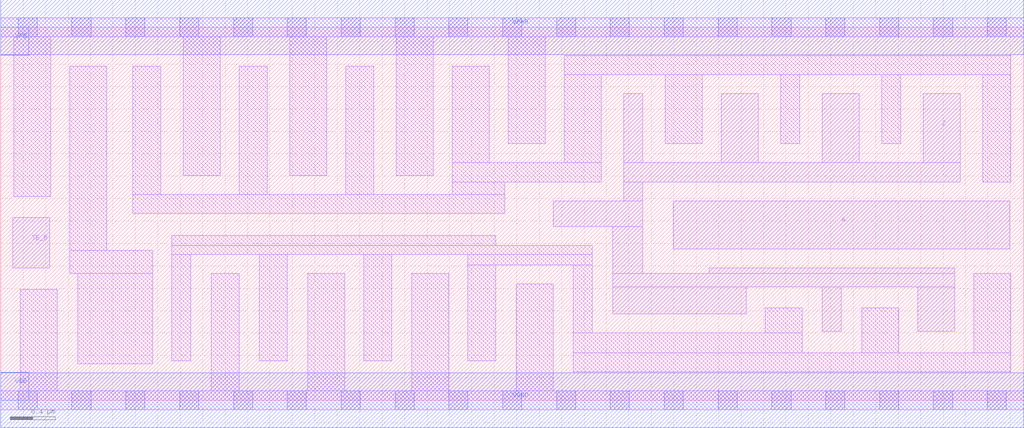
<source format=lef>
# Copyright 2020 The SkyWater PDK Authors
#
# Licensed under the Apache License, Version 2.0 (the "License");
# you may not use this file except in compliance with the License.
# You may obtain a copy of the License at
#
#     https://www.apache.org/licenses/LICENSE-2.0
#
# Unless required by applicable law or agreed to in writing, software
# distributed under the License is distributed on an "AS IS" BASIS,
# WITHOUT WARRANTIES OR CONDITIONS OF ANY KIND, either express or implied.
# See the License for the specific language governing permissions and
# limitations under the License.
#
# SPDX-License-Identifier: Apache-2.0

VERSION 5.5 ;
NAMESCASESENSITIVE ON ;
BUSBITCHARS "[]" ;
DIVIDERCHAR "/" ;
MACRO sky130_fd_sc_hs__einvn_8
  CLASS CORE ;
  SOURCE USER ;
  ORIGIN  0.000000  0.000000 ;
  SIZE  9.120000 BY  3.330000 ;
  SYMMETRY X Y ;
  SITE unit ;
  PIN A
    ANTENNAGATEAREA  2.232000 ;
    DIRECTION INPUT ;
    USE SIGNAL ;
    PORT
      LAYER li1 ;
        RECT 5.995000 1.350000 8.995000 1.780000 ;
    END
  END A
  PIN TE_B
    ANTENNAGATEAREA  1.623000 ;
    DIRECTION INPUT ;
    USE SIGNAL ;
    PORT
      LAYER li1 ;
        RECT 0.105000 1.180000 0.435000 1.630000 ;
    END
  END TE_B
  PIN Z
    ANTENNADIFFAREA  2.332400 ;
    DIRECTION OUTPUT ;
    USE SIGNAL ;
    PORT
      LAYER li1 ;
        RECT 4.925000 1.550000 5.725000 1.780000 ;
        RECT 5.455000 0.770000 6.645000 1.010000 ;
        RECT 5.455000 1.010000 8.505000 1.130000 ;
        RECT 5.455000 1.130000 5.725000 1.550000 ;
        RECT 5.555000 1.780000 5.725000 1.950000 ;
        RECT 5.555000 1.950000 8.555000 2.120000 ;
        RECT 5.555000 2.120000 5.725000 2.735000 ;
        RECT 6.315000 1.130000 8.505000 1.180000 ;
        RECT 6.425000 2.120000 6.755000 2.735000 ;
        RECT 7.325000 0.615000 7.495000 1.010000 ;
        RECT 7.325000 2.120000 7.655000 2.735000 ;
        RECT 8.175000 0.615000 8.505000 1.010000 ;
        RECT 8.225000 2.120000 8.555000 2.735000 ;
    END
  END Z
  PIN VGND
    DIRECTION INOUT ;
    USE GROUND ;
    PORT
      LAYER met1 ;
        RECT 0.000000 -0.245000 9.120000 0.245000 ;
    END
  END VGND
  PIN VNB
    DIRECTION INOUT ;
    USE GROUND ;
    PORT
      LAYER met1 ;
        RECT 0.000000 0.000000 0.250000 0.250000 ;
    END
  END VNB
  PIN VPB
    DIRECTION INOUT ;
    USE POWER ;
    PORT
      LAYER met1 ;
        RECT 0.000000 3.080000 0.250000 3.330000 ;
    END
  END VPB
  PIN VPWR
    DIRECTION INOUT ;
    USE POWER ;
    PORT
      LAYER met1 ;
        RECT 0.000000 3.085000 9.120000 3.575000 ;
    END
  END VPWR
  OBS
    LAYER li1 ;
      RECT 0.000000 -0.085000 9.120000 0.085000 ;
      RECT 0.000000  3.245000 9.120000 3.415000 ;
      RECT 0.115000  1.820000 0.445000 3.245000 ;
      RECT 0.175000  0.085000 0.505000 0.990000 ;
      RECT 0.615000  1.130000 1.355000 1.335000 ;
      RECT 0.615000  1.335000 0.945000 2.980000 ;
      RECT 0.685000  0.325000 1.355000 1.130000 ;
      RECT 1.175000  1.665000 4.495000 1.835000 ;
      RECT 1.175000  1.835000 1.425000 2.980000 ;
      RECT 1.525000  0.350000 1.695000 1.300000 ;
      RECT 1.525000  1.300000 5.275000 1.380000 ;
      RECT 1.525000  1.380000 4.415000 1.470000 ;
      RECT 1.625000  2.005000 1.955000 3.245000 ;
      RECT 1.875000  0.085000 2.125000 1.130000 ;
      RECT 2.125000  1.835000 2.375000 2.980000 ;
      RECT 2.305000  0.350000 2.555000 1.300000 ;
      RECT 2.575000  2.005000 2.905000 3.245000 ;
      RECT 2.735000  0.085000 3.065000 1.130000 ;
      RECT 3.075000  1.835000 3.325000 2.980000 ;
      RECT 3.235000  0.350000 3.485000 1.300000 ;
      RECT 3.525000  2.005000 3.855000 3.245000 ;
      RECT 3.665000  0.085000 3.995000 1.130000 ;
      RECT 4.025000  1.835000 4.495000 1.950000 ;
      RECT 4.025000  1.950000 5.355000 2.120000 ;
      RECT 4.025000  2.120000 4.355000 2.980000 ;
      RECT 4.165000  0.350000 4.415000 1.210000 ;
      RECT 4.165000  1.210000 5.275000 1.300000 ;
      RECT 4.525000  2.290000 4.855000 3.245000 ;
      RECT 4.595000  0.085000 4.925000 1.040000 ;
      RECT 5.025000  2.120000 5.355000 2.905000 ;
      RECT 5.025000  2.905000 9.005000 3.075000 ;
      RECT 5.105000  0.255000 9.005000 0.425000 ;
      RECT 5.105000  0.425000 7.145000 0.600000 ;
      RECT 5.105000  0.600000 5.275000 1.210000 ;
      RECT 5.925000  2.290000 6.255000 2.905000 ;
      RECT 6.815000  0.600000 7.145000 0.825000 ;
      RECT 6.955000  2.290000 7.125000 2.905000 ;
      RECT 7.675000  0.425000 8.005000 0.825000 ;
      RECT 7.855000  2.290000 8.025000 2.905000 ;
      RECT 8.675000  0.425000 9.005000 1.130000 ;
      RECT 8.755000  1.950000 9.005000 2.905000 ;
    LAYER mcon ;
      RECT 0.155000 -0.085000 0.325000 0.085000 ;
      RECT 0.155000  3.245000 0.325000 3.415000 ;
      RECT 0.635000 -0.085000 0.805000 0.085000 ;
      RECT 0.635000  3.245000 0.805000 3.415000 ;
      RECT 1.115000 -0.085000 1.285000 0.085000 ;
      RECT 1.115000  3.245000 1.285000 3.415000 ;
      RECT 1.595000 -0.085000 1.765000 0.085000 ;
      RECT 1.595000  3.245000 1.765000 3.415000 ;
      RECT 2.075000 -0.085000 2.245000 0.085000 ;
      RECT 2.075000  3.245000 2.245000 3.415000 ;
      RECT 2.555000 -0.085000 2.725000 0.085000 ;
      RECT 2.555000  3.245000 2.725000 3.415000 ;
      RECT 3.035000 -0.085000 3.205000 0.085000 ;
      RECT 3.035000  3.245000 3.205000 3.415000 ;
      RECT 3.515000 -0.085000 3.685000 0.085000 ;
      RECT 3.515000  3.245000 3.685000 3.415000 ;
      RECT 3.995000 -0.085000 4.165000 0.085000 ;
      RECT 3.995000  3.245000 4.165000 3.415000 ;
      RECT 4.475000 -0.085000 4.645000 0.085000 ;
      RECT 4.475000  3.245000 4.645000 3.415000 ;
      RECT 4.955000 -0.085000 5.125000 0.085000 ;
      RECT 4.955000  3.245000 5.125000 3.415000 ;
      RECT 5.435000 -0.085000 5.605000 0.085000 ;
      RECT 5.435000  3.245000 5.605000 3.415000 ;
      RECT 5.915000 -0.085000 6.085000 0.085000 ;
      RECT 5.915000  3.245000 6.085000 3.415000 ;
      RECT 6.395000 -0.085000 6.565000 0.085000 ;
      RECT 6.395000  3.245000 6.565000 3.415000 ;
      RECT 6.875000 -0.085000 7.045000 0.085000 ;
      RECT 6.875000  3.245000 7.045000 3.415000 ;
      RECT 7.355000 -0.085000 7.525000 0.085000 ;
      RECT 7.355000  3.245000 7.525000 3.415000 ;
      RECT 7.835000 -0.085000 8.005000 0.085000 ;
      RECT 7.835000  3.245000 8.005000 3.415000 ;
      RECT 8.315000 -0.085000 8.485000 0.085000 ;
      RECT 8.315000  3.245000 8.485000 3.415000 ;
      RECT 8.795000 -0.085000 8.965000 0.085000 ;
      RECT 8.795000  3.245000 8.965000 3.415000 ;
  END
END sky130_fd_sc_hs__einvn_8
END LIBRARY

</source>
